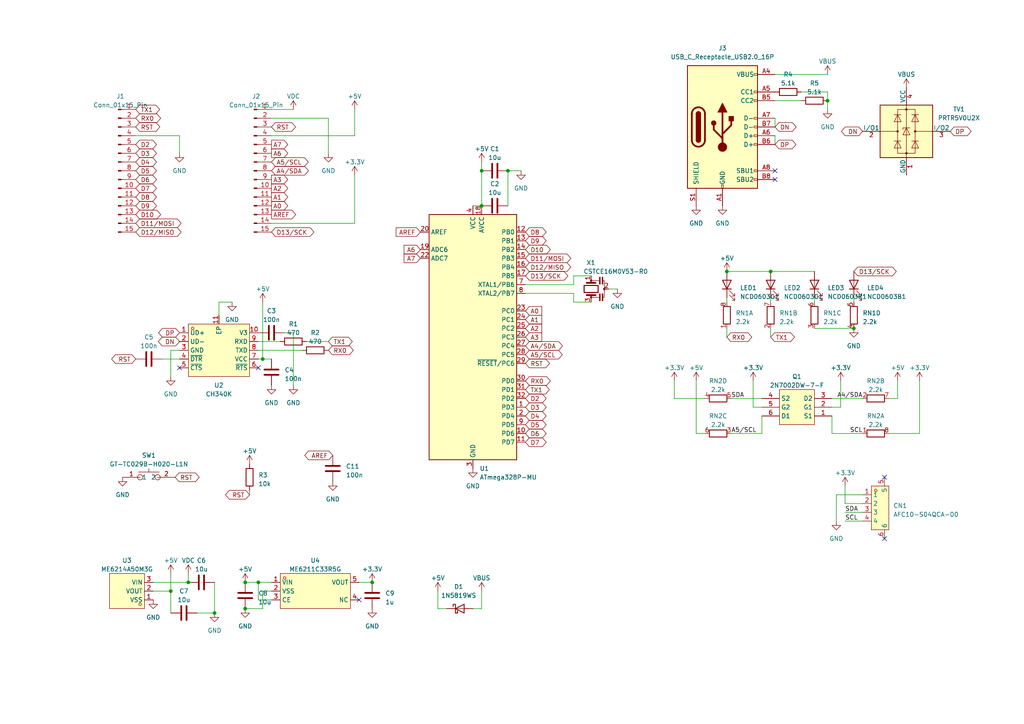
<source format=kicad_sch>
(kicad_sch (version 20231120) (generator "eeschema") (generator_version "8.0")
  (paper "A4")
  (lib_symbols
    (symbol "Connector:Conn_01x15_Pin" (pin_names (offset 1.016) hide)
      (property "Reference" "J" (at 0 20.32 0))
      (property "Value" "Conn_01x15_Pin" (at 0 -20.32 0))
      (symbol "Conn_01x15_Pin_1_1"
        (pin passive line (at 5.08 17.78 180) (length 3.81) (name "Pin_1") (number "1"))
        (pin passive line (at 5.08 -5.08 180) (length 3.81) (name "Pin_10") (number "10"))
        (pin passive line (at 5.08 -7.62 180) (length 3.81) (name "Pin_11") (number "11"))
        (pin passive line (at 5.08 -10.16 180) (length 3.81) (name "Pin_12") (number "12"))
        (pin passive line (at 5.08 -12.7 180) (length 3.81) (name "Pin_13") (number "13"))
        (pin passive line (at 5.08 -15.24 180) (length 3.81) (name "Pin_14") (number "14"))
        (pin passive line (at 5.08 -17.78 180) (length 3.81) (name "Pin_15") (number "15"))
        (pin passive line (at 5.08 15.24 180) (length 3.81) (name "Pin_2") (number "2"))
        (pin passive line (at 5.08 12.7 180) (length 3.81) (name "Pin_3") (number "3"))
        (pin passive line (at 5.08 10.16 180) (length 3.81) (name "Pin_4") (number "4"))
        (pin passive line (at 5.08 7.62 180) (length 3.81) (name "Pin_5") (number "5"))
        (pin passive line (at 5.08 5.08 180) (length 3.81) (name "Pin_6") (number "6"))
        (pin passive line (at 5.08 2.54 180) (length 3.81) (name "Pin_7") (number "7"))
        (pin passive line (at 5.08 0 180) (length 3.81) (name "Pin_8") (number "8"))
        (pin passive line (at 5.08 -2.54 180) (length 3.81) (name "Pin_9") (number "9"))
      )
    )
    (symbol "Connector:USB_C_Receptacle_USB2.0_16P" (pin_names (offset 1.016))
      (property "Reference" "J" (at 0 22.225 0))
      (property "Value" "USB_C_Receptacle_USB2.0_16P" (at 0 19.685 0))
      (symbol "USB_C_Receptacle_USB2.0_16P_1_1"
        (pin passive line (at 0 -22.86 90) (length 5.08) (name "GND") (number "A1"))
        (pin passive line (at 0 -22.86 90) (length 5.08) hide (name "GND") (number "A12"))
        (pin passive line (at 15.24 15.24 180) (length 5.08) (name "VBUS") (number "A4"))
        (pin bidirectional line (at 15.24 10.16 180) (length 5.08) (name "CC1") (number "A5"))
        (pin bidirectional line (at 15.24 -2.54 180) (length 5.08) (name "D+") (number "A6"))
        (pin bidirectional line (at 15.24 2.54 180) (length 5.08) (name "D-") (number "A7"))
        (pin bidirectional line (at 15.24 -12.7 180) (length 5.08) (name "SBU1") (number "A8"))
        (pin passive line (at 15.24 15.24 180) (length 5.08) hide (name "VBUS") (number "A9"))
        (pin passive line (at 0 -22.86 90) (length 5.08) hide (name "GND") (number "B1"))
        (pin passive line (at 0 -22.86 90) (length 5.08) hide (name "GND") (number "B12"))
        (pin passive line (at 15.24 15.24 180) (length 5.08) hide (name "VBUS") (number "B4"))
        (pin bidirectional line (at 15.24 7.62 180) (length 5.08) (name "CC2") (number "B5"))
        (pin bidirectional line (at 15.24 -5.08 180) (length 5.08) (name "D+") (number "B6"))
        (pin bidirectional line (at 15.24 0 180) (length 5.08) (name "D-") (number "B7"))
        (pin bidirectional line (at 15.24 -15.24 180) (length 5.08) (name "SBU2") (number "B8"))
        (pin passive line (at 15.24 15.24 180) (length 5.08) hide (name "VBUS") (number "B9"))
        (pin passive line (at -7.62 -22.86 90) (length 5.08) (name "SHIELD") (number "S1"))
      )
    )
    (symbol "Device:C" (pin_numbers hide) (pin_names (offset 0.254))
      (property "Reference" "C" (at 0.635 2.54 0))
      (property "Value" "C" (at 0.635 -2.54 0))
      (symbol "C_1_1"
        (pin passive line (at 0 3.81 270) (length 2.794) (name "~") (number "1"))
        (pin passive line (at 0 -3.81 90) (length 2.794) (name "~") (number "2"))
      )
    )
    (symbol "Device:LED" (pin_numbers hide) (pin_names (offset 1.016) hide)
      (property "Reference" "D" (at 0 2.54 0))
      (property "Value" "LED" (at 0 -2.54 0))
      (symbol "LED_1_1"
        (pin passive line (at -3.81 0 0) (length 2.54) (name "K") (number "1"))
        (pin passive line (at 3.81 0 180) (length 2.54) (name "A") (number "2"))
      )
    )
    (symbol "Device:R" (pin_numbers hide) (pin_names (offset 0))
      (property "Reference" "R" (at 2.032 0 90))
      (property "Value" "R" (at 0 0 90))
      (symbol "R_1_1"
        (pin passive line (at 0 3.81 270) (length 1.27) (name "~") (number "1"))
        (pin passive line (at 0 -3.81 90) (length 1.27) (name "~") (number "2"))
      )
    )
    (symbol "Device:R_Pack04_Split" (pin_names (offset 0) hide)
      (property "Reference" "RN" (at 2.032 0 90))
      (property "Value" "R_Pack04_Split" (at 0 0 90))
      (symbol "R_Pack04_Split_1_1"
        (pin passive line (at 0 -3.81 90) (length 1.27) (name "R1.1") (number "1"))
        (pin passive line (at 0 3.81 270) (length 1.27) (name "R1.2") (number "8"))
      )
      (symbol "R_Pack04_Split_2_1"
        (pin passive line (at 0 -3.81 90) (length 1.27) (name "R2.1") (number "2"))
        (pin passive line (at 0 3.81 270) (length 1.27) (name "R2.2") (number "7"))
      )
      (symbol "R_Pack04_Split_3_1"
        (pin passive line (at 0 -3.81 90) (length 1.27) (name "R3.1") (number "3"))
        (pin passive line (at 0 3.81 270) (length 1.27) (name "R3.2") (number "6"))
      )
      (symbol "R_Pack04_Split_4_1"
        (pin passive line (at 0 -3.81 90) (length 1.27) (name "R4.1") (number "4"))
        (pin passive line (at 0 3.81 270) (length 1.27) (name "R4.2") (number "5"))
      )
    )
    (symbol "Device:Resonator" (pin_names (offset 1.016) hide)
      (property "Reference" "Y" (at 0 5.715 0))
      (property "Value" "Resonator" (at 0 3.81 0))
      (symbol "Resonator_1_1"
        (pin passive line (at -3.81 0 0) (length 1.27) (name "1") (number "1"))
        (pin passive line (at 0 -5.08 90) (length 1.27) (name "2") (number "2"))
        (pin passive line (at 3.81 0 180) (length 1.27) (name "3") (number "3"))
      )
    )
    (symbol "Diode:1N5819WS" (pin_numbers hide) (pin_names (offset 1.016) hide)
      (property "Reference" "D" (at 0 2.54 0))
      (property "Value" "1N5819WS" (at 0 -2.54 0))
      (symbol "1N5819WS_1_1"
        (pin passive line (at -3.81 0 0) (length 2.54) (name "K") (number "1"))
        (pin passive line (at 3.81 0 180) (length 2.54) (name "A") (number "2"))
      )
    )
    (symbol "MCU_Microchip_ATmega:ATmega328P-M"
      (property "Reference" "U" (at -12.7 36.83 0))
      (property "Value" "ATmega328P-M" (at 2.54 -36.83 0))
      (symbol "ATmega328P-M_1_1"
        (pin bidirectional line (at 15.24 -20.32 180) (length 2.54) (name "PD3") (number "1"))
        (pin bidirectional line (at 15.24 -27.94 180) (length 2.54) (name "PD6") (number "10"))
        (pin bidirectional line (at 15.24 -30.48 180) (length 2.54) (name "PD7") (number "11"))
        (pin bidirectional line (at 15.24 30.48 180) (length 2.54) (name "PB0") (number "12"))
        (pin bidirectional line (at 15.24 27.94 180) (length 2.54) (name "PB1") (number "13"))
        (pin bidirectional line (at 15.24 25.4 180) (length 2.54) (name "PB2") (number "14"))
        (pin bidirectional line (at 15.24 22.86 180) (length 2.54) (name "PB3") (number "15"))
        (pin bidirectional line (at 15.24 20.32 180) (length 2.54) (name "PB4") (number "16"))
        (pin bidirectional line (at 15.24 17.78 180) (length 2.54) (name "PB5") (number "17"))
        (pin power_in line (at 2.54 38.1 270) (length 2.54) (name "AVCC") (number "18"))
        (pin input line (at -15.24 25.4 0) (length 2.54) (name "ADC6") (number "19"))
        (pin bidirectional line (at 15.24 -22.86 180) (length 2.54) (name "PD4") (number "2"))
        (pin passive line (at -15.24 30.48 0) (length 2.54) (name "AREF") (number "20"))
        (pin passive line (at 0 -38.1 90) (length 2.54) hide (name "GND") (number "21"))
        (pin input line (at -15.24 22.86 0) (length 2.54) (name "ADC7") (number "22"))
        (pin bidirectional line (at 15.24 7.62 180) (length 2.54) (name "PC0") (number "23"))
        (pin bidirectional line (at 15.24 5.08 180) (length 2.54) (name "PC1") (number "24"))
        (pin bidirectional line (at 15.24 2.54 180) (length 2.54) (name "PC2") (number "25"))
        (pin bidirectional line (at 15.24 0 180) (length 2.54) (name "PC3") (number "26"))
        (pin bidirectional line (at 15.24 -2.54 180) (length 2.54) (name "PC4") (number "27"))
        (pin bidirectional line (at 15.24 -5.08 180) (length 2.54) (name "PC5") (number "28"))
        (pin bidirectional line (at 15.24 -7.62 180) (length 2.54) (name "~{RESET}/PC6") (number "29"))
        (pin power_in line (at 0 -38.1 90) (length 2.54) (name "GND") (number "3"))
        (pin bidirectional line (at 15.24 -12.7 180) (length 2.54) (name "PD0") (number "30"))
        (pin bidirectional line (at 15.24 -15.24 180) (length 2.54) (name "PD1") (number "31"))
        (pin bidirectional line (at 15.24 -17.78 180) (length 2.54) (name "PD2") (number "32"))
        (pin passive line (at 0 -38.1 90) (length 2.54) hide (name "GND") (number "33"))
        (pin power_in line (at 0 38.1 270) (length 2.54) (name "VCC") (number "4"))
        (pin passive line (at 0 -38.1 90) (length 2.54) hide (name "GND") (number "5"))
        (pin passive line (at 0 38.1 270) (length 2.54) hide (name "VCC") (number "6"))
        (pin bidirectional line (at 15.24 15.24 180) (length 2.54) (name "XTAL1/PB6") (number "7"))
        (pin bidirectional line (at 15.24 12.7 180) (length 2.54) (name "XTAL2/PB7") (number "8"))
        (pin bidirectional line (at 15.24 -25.4 180) (length 2.54) (name "PD5") (number "9"))
      )
    )
    (symbol "Power_Protection:PRTR5V0U2X" (pin_names (offset 0))
      (property "Reference" "D" (at 2.794 8.636 0))
      (property "Value" "PRTR5V0U2X" (at 8.128 -9.398 0))
      (symbol "PRTR5V0U2X_1_1"
        (pin passive line (at 0 -12.7 90) (length 5.08) (name "GND") (number "1"))
        (pin passive line (at -12.7 0 0) (length 5.08) (name "I/O1") (number "2"))
        (pin passive line (at 12.7 0 180) (length 5.08) (name "I/O2") (number "3"))
        (pin passive line (at 0 12.7 270) (length 5.08) (name "VCC") (number "4"))
      )
    )
    (symbol "nano:2N7002DW-7-F"
      (property "Reference" "Q1" (at 0 8.89 0))
      (property "Value" "2N7002DW-7-F" (at 0 6.35 0))
      (symbol "2N7002DW-7-F_0_1"
        (pin unspecified line (at 10.16 -2.54 180) (length 5.08) (name "S1") (number "1"))
        (pin unspecified line (at 10.16 0 180) (length 5.08) (name "G1") (number "2"))
        (pin unspecified line (at 10.16 2.54 180) (length 5.08) (name "D2") (number "3"))
        (pin unspecified line (at -10.16 2.54 0) (length 5.08) (name "S2") (number "4"))
        (pin unspecified line (at -10.16 0 0) (length 5.08) (name "G2") (number "5"))
        (pin unspecified line (at -10.16 -2.54 0) (length 5.08) (name "D1") (number "6"))
      )
    )
    (symbol "nano:AFC10-S04QCA-00"
      (property "Reference" "X" (at 0 13.97 0))
      (property "Value" "AFC10-S04QCA-00" (at 0 -13.97 0))
      (symbol "AFC10-S04QCA-00_0_1"
        (pin unspecified line (at -5.08 3.81 0) (length 2.54) (name "1") (number "1"))
        (pin unspecified line (at -5.08 1.27 0) (length 2.54) (name "2") (number "2"))
        (pin unspecified line (at -5.08 -1.27 0) (length 2.54) (name "3") (number "3"))
        (pin unspecified line (at -5.08 -3.81 0) (length 2.54) (name "4") (number "4"))
        (pin unspecified line (at 1.27 8.89 270) (length 2.54) (name "5") (number "5"))
        (pin unspecified line (at 1.27 -8.89 90) (length 2.54) (name "6") (number "6"))
      )
    )
    (symbol "nano:CH340K"
      (property "Reference" "U" (at 0 15.24 0))
      (property "Value" "CH340K" (at 0 -10.16 0))
      (symbol "CH340K_0_1"
        (pin unspecified line (at -11.43 5.08 0) (length 2.54) (name "UD+") (number "1"))
        (pin unspecified line (at 11.43 5.08 180) (length 2.54) (name "V3") (number "10"))
        (pin unspecified line (at 0 10.16 270) (length 2.54) (name "EP") (number "11"))
        (pin unspecified line (at -11.43 2.54 0) (length 2.54) (name "UD-") (number "2"))
        (pin unspecified line (at -11.43 0 0) (length 2.54) (name "GND") (number "3"))
        (pin unspecified line (at -11.43 -2.54 0) (length 2.54) (name "~{DTR}") (number "4"))
        (pin unspecified line (at -11.43 -5.08 0) (length 2.54) (name "~{CTS}") (number "5"))
        (pin unspecified line (at 11.43 -5.08 180) (length 2.54) (name "~{RTS}") (number "6"))
        (pin unspecified line (at 11.43 -2.54 180) (length 2.54) (name "VCC") (number "7"))
        (pin unspecified line (at 11.43 0 180) (length 2.54) (name "TXD") (number "8"))
        (pin unspecified line (at 11.43 2.54 180) (length 2.54) (name "RXD") (number "9"))
      )
    )
    (symbol "nano:GT-TC029B-H020-L1N"
      (property "Reference" "SW" (at 0 5.08 0))
      (property "Value" "GT-TC029B-H020-L1N" (at 0 -5.08 0))
      (symbol "GT-TC029B-H020-L1N_0_1"
        (pin unspecified line (at -7.62 0 0) (length 5.08) (name "1") (number "1"))
        (pin unspecified line (at 7.62 0 180) (length 5.08) (name "2") (number "2"))
      )
    )
    (symbol "nano:ME6211C33R5G"
      (property "Reference" "U" (at 0 7.62 0))
      (property "Value" "ME6211C33R5G" (at 0 -7.62 0))
      (symbol "ME6211C33R5G_0_1"
        (pin unspecified line (at -2.54 2.54 0) (length 2.54) (name "VIN") (number "1"))
        (pin unspecified line (at -2.54 0 0) (length 2.54) (name "VSS") (number "2"))
        (pin unspecified line (at -2.54 -2.54 0) (length 2.54) (name "CE") (number "3"))
        (pin unspecified line (at 22.86 -2.54 180) (length 2.54) (name "NC") (number "4"))
        (pin unspecified line (at 22.86 2.54 180) (length 2.54) (name "VOUT") (number "5"))
      )
    )
    (symbol "nano:ME6214A50M3G"
      (property "Reference" "U" (at 0 7.62 0))
      (property "Value" "ME6214A50M3G" (at 0 -7.62 0))
      (symbol "ME6214A50M3G_0_1"
        (pin unspecified line (at -5.08 2.54 0) (length 2.54) (name "VSS") (number "1"))
        (pin unspecified line (at -5.08 0 0) (length 2.54) (name "VOUT") (number "2"))
        (pin unspecified line (at -5.08 -2.54 0) (length 2.54) (name "VIN") (number "3"))
      )
    )
    (symbol "power:+3.3V" (power) (pin_names (offset 0))
      (property "Value" "+3.3V" (at 0 3.556 0))
      (symbol "+3.3V_1_1"
        (pin power_in line (at 0 0 90) (length 0) hide (name "+3.3V") (number "1"))
      )
    )
    (symbol "power:+5V" (power) (pin_names (offset 0))
      (property "Value" "+5V" (at 0 3.556 0))
      (symbol "+5V_1_1"
        (pin power_in line (at 0 0 90) (length 0) hide (name "+5V") (number "1"))
      )
    )
    (symbol "power:GND" (power) (pin_names (offset 0))
      (property "Value" "GND" (at 0 -3.81 0))
      (symbol "GND_1_1"
        (pin power_in line (at 0 0 270) (length 0) hide (name "GND") (number "1"))
      )
    )
    (symbol "power:VBUS" (power) (pin_names (offset 0))
      (property "Value" "VBUS" (at 0 3.81 0))
      (symbol "VBUS_1_1"
        (pin power_in line (at 0 0 90) (length 0) hide (name "VBUS") (number "1"))
      )
    )
    (symbol "power:VDC" (power) (pin_names (offset 0))
      (property "Value" "VDC" (at 0 6.35 0))
      (symbol "VDC_1_1"
        (pin power_in line (at 0 0 90) (length 0) hide (name "VDC") (number "1"))
      )
    )
  )
  (junction (at 76.2 104.14))
  (junction (at 139.7 59.69))
  (junction (at 210.82 78.74))
  (junction (at 54.61 168.91))
  (junction (at 223.52 78.74))
  (junction (at 62.23 177.8))
  (junction (at 247.65 95.25))
  (junction (at 107.95 168.91))
  (junction (at 71.12 168.91))
  (junction (at 49.53 171.45))
  (junction (at 74.93 168.91))
  (junction (at 147.32 49.53))
  (junction (at 240.03 29.21))
  (junction (at 71.12 176.53))
  (junction (at 139.7 49.53))
  (no_connect (at 256.54 138.43))
  (no_connect (at 224.79 49.53))
  (no_connect (at 52.07 106.68))
  (no_connect (at 256.54 156.21))
  (no_connect (at 104.14 173.99))
  (no_connect (at 74.93 106.68))
  (no_connect (at 224.79 52.07))
  (wire (pts (xy 74.93 99.06) (xy 81.28 99.06)))
  (wire (pts (xy 236.22 95.25) (xy 247.65 95.25)))
  (wire (pts (xy 241.3 118.11) (xy 243.84 118.11)))
  (wire (pts (xy 74.93 173.99) (xy 74.93 168.91)))
  (wire (pts (xy 201.93 125.73) (xy 201.93 110.49)))
  (wire (pts (xy 72.39 143.51) (xy 72.39 142.24)))
  (wire (pts (xy 260.35 110.49) (xy 260.35 115.57)))
  (wire (pts (xy 224.79 39.37) (xy 224.79 41.91)))
  (wire (pts (xy 74.93 104.14) (xy 76.2 104.14)))
  (wire (pts (xy 46.99 104.14) (xy 52.07 104.14)))
  (wire (pts (xy 82.55 96.52) (xy 85.09 96.52)))
  (wire (pts (xy 210.82 78.74) (xy 223.52 78.74)))
  (wire (pts (xy 166.37 85.09) (xy 166.37 87.63)))
  (wire (pts (xy 147.32 49.53) (xy 147.32 59.69)))
  (wire (pts (xy 223.52 78.74) (xy 236.22 78.74)))
  (wire (pts (xy 139.7 59.69) (xy 137.16 59.69)))
  (wire (pts (xy 63.5 91.44) (xy 63.5 87.63)))
  (wire (pts (xy 102.87 64.77) (xy 102.87 50.8)))
  (wire (pts (xy 166.37 87.63) (xy 171.45 87.63)))
  (wire (pts (xy 241.3 125.73) (xy 241.3 120.65)))
  (wire (pts (xy 240.03 26.67) (xy 240.03 29.21)))
  (wire (pts (xy 245.11 146.05) (xy 250.19 146.05)))
  (wire (pts (xy 74.93 101.6) (xy 87.63 101.6)))
  (wire (pts (xy 242.57 151.13) (xy 242.57 143.51)))
  (wire (pts (xy 257.81 125.73) (xy 266.7 125.73)))
  (wire (pts (xy 241.3 125.73) (xy 250.19 125.73)))
  (wire (pts (xy 62.23 168.91) (xy 62.23 177.8)))
  (wire (pts (xy 139.7 176.53) (xy 139.7 171.45)))
  (wire (pts (xy 76.2 176.53) (xy 71.12 176.53)))
  (wire (pts (xy 220.98 118.11) (xy 218.44 118.11)))
  (wire (pts (xy 85.09 96.52) (xy 85.09 111.76)))
  (wire (pts (xy 63.5 87.63) (xy 67.31 87.63)))
  (wire (pts (xy 204.47 125.73) (xy 201.93 125.73)))
  (wire (pts (xy 139.7 46.99) (xy 139.7 49.53)))
  (wire (pts (xy 76.2 171.45) (xy 76.2 176.53)))
  (wire (pts (xy 104.14 168.91) (xy 107.95 168.91)))
  (wire (pts (xy 127 176.53) (xy 129.54 176.53)))
  (wire (pts (xy 236.22 87.63) (xy 236.22 86.36)))
  (wire (pts (xy 266.7 125.73) (xy 266.7 110.49)))
  (wire (pts (xy 218.44 110.49) (xy 218.44 118.11)))
  (wire (pts (xy 78.74 34.29) (xy 95.25 34.29)))
  (wire (pts (xy 166.37 82.55) (xy 166.37 80.01)))
  (wire (pts (xy 54.61 166.37) (xy 54.61 168.91)))
  (wire (pts (xy 260.35 115.57) (xy 257.81 115.57)))
  (wire (pts (xy 95.25 34.29) (xy 95.25 44.45)))
  (wire (pts (xy 247.65 87.63) (xy 247.65 86.36)))
  (wire (pts (xy 78.74 64.77) (xy 102.87 64.77)))
  (wire (pts (xy 245.11 140.97) (xy 245.11 146.05)))
  (wire (pts (xy 52.07 39.37) (xy 52.07 44.45)))
  (wire (pts (xy 88.9 99.06) (xy 95.25 99.06)))
  (wire (pts (xy 74.93 168.91) (xy 78.74 168.91)))
  (wire (pts (xy 49.53 101.6) (xy 52.07 101.6)))
  (wire (pts (xy 195.58 110.49) (xy 195.58 115.57)))
  (wire (pts (xy 44.45 168.91) (xy 54.61 168.91)))
  (wire (pts (xy 224.79 29.21) (xy 232.41 29.21)))
  (wire (pts (xy 179.07 83.82) (xy 176.53 83.82)))
  (wire (pts (xy 76.2 104.14) (xy 78.74 104.14)))
  (wire (pts (xy 223.52 97.79) (xy 223.52 95.25)))
  (wire (pts (xy 127 171.45) (xy 127 176.53)))
  (wire (pts (xy 232.41 26.67) (xy 240.03 26.67)))
  (wire (pts (xy 212.09 115.57) (xy 220.98 115.57)))
  (wire (pts (xy 49.53 109.22) (xy 49.53 101.6)))
  (wire (pts (xy 76.2 104.14) (xy 76.2 87.63)))
  (wire (pts (xy 62.23 177.8) (xy 57.15 177.8)))
  (wire (pts (xy 147.32 49.53) (xy 151.13 49.53)))
  (wire (pts (xy 195.58 115.57) (xy 204.47 115.57)))
  (wire (pts (xy 49.53 171.45) (xy 49.53 177.8)))
  (wire (pts (xy 78.74 31.75) (xy 85.09 31.75)))
  (wire (pts (xy 166.37 80.01) (xy 171.45 80.01)))
  (wire (pts (xy 224.79 34.29) (xy 224.79 36.83)))
  (wire (pts (xy 152.4 82.55) (xy 166.37 82.55)))
  (wire (pts (xy 49.53 171.45) (xy 44.45 171.45)))
  (wire (pts (xy 78.74 173.99) (xy 74.93 173.99)))
  (wire (pts (xy 241.3 115.57) (xy 250.19 115.57)))
  (wire (pts (xy 102.87 39.37) (xy 78.74 39.37)))
  (wire (pts (xy 139.7 49.53) (xy 139.7 59.69)))
  (wire (pts (xy 137.16 176.53) (xy 139.7 176.53)))
  (wire (pts (xy 245.11 151.13) (xy 250.19 151.13)))
  (wire (pts (xy 212.09 125.73) (xy 220.98 125.73)))
  (wire (pts (xy 243.84 118.11) (xy 243.84 110.49)))
  (wire (pts (xy 210.82 97.79) (xy 210.82 95.25)))
  (wire (pts (xy 39.37 39.37) (xy 52.07 39.37)))
  (wire (pts (xy 223.52 87.63) (xy 223.52 86.36)))
  (wire (pts (xy 102.87 31.75) (xy 102.87 39.37)))
  (wire (pts (xy 210.82 87.63) (xy 210.82 86.36)))
  (wire (pts (xy 220.98 125.73) (xy 220.98 120.65)))
  (wire (pts (xy 224.79 21.59) (xy 240.03 21.59)))
  (wire (pts (xy 242.57 143.51) (xy 250.19 143.51)))
  (wire (pts (xy 49.53 166.37) (xy 49.53 171.45)))
  (wire (pts (xy 71.12 168.91) (xy 74.93 168.91)))
  (wire (pts (xy 152.4 85.09) (xy 166.37 85.09)))
  (wire (pts (xy 240.03 29.21) (xy 240.03 31.75)))
  (wire (pts (xy 78.74 171.45) (xy 76.2 171.45)))
  (wire (pts (xy 245.11 148.59) (xy 250.19 148.59)))
  (label "SCL" (at 245.11 151.13 0))
  (label "SCL" (at 250.19 125.73 180))
  (label "SDA" (at 212.09 115.57 0))
  (label "SDA" (at 245.11 148.59 0))
  (label "A5{slash}SCL" (at 212.09 125.73 0))
  (label "A4{slash}SDA" (at 250.19 115.57 180))
  (global_label "DN" (shape bidirectional) (at 224.79 36.83 0) (property "Intersheetrefs" "${INTERSHEET_REFS}" (effects (hide yes))))
  (global_label "A3" (shape output) (at 78.74 52.07 0) (property "Intersheetrefs" "${INTERSHEET_REFS}" (effects (hide yes))))
  (global_label "A4{slash}SDA" (shape bidirectional) (at 78.74 49.53 0) (property "Intersheetrefs" "${INTERSHEET_REFS}" (effects (hide yes))))
  (global_label "RST" (shape bidirectional) (at 39.37 36.83 0) (property "Intersheetrefs" "${INTERSHEET_REFS}" (effects (hide yes))))
  (global_label "RST" (shape bidirectional) (at 50.8 138.43 0) (property "Intersheetrefs" "${INTERSHEET_REFS}" (effects (hide yes))))
  (global_label "D7" (shape bidirectional) (at 39.37 54.61 0) (property "Intersheetrefs" "${INTERSHEET_REFS}" (effects (hide yes))))
  (global_label "RX0" (shape bidirectional) (at 210.82 97.79 0) (property "Intersheetrefs" "${INTERSHEET_REFS}" (effects (hide yes))))
  (global_label "A1" (shape input) (at 152.4 92.71 0) (property "Intersheetrefs" "${INTERSHEET_REFS}" (effects (hide yes))))
  (global_label "RX0" (shape bidirectional) (at 39.37 34.29 0) (property "Intersheetrefs" "${INTERSHEET_REFS}" (effects (hide yes))))
  (global_label "AREF" (shape input) (at 121.92 67.31 180) (property "Intersheetrefs" "${INTERSHEET_REFS}" (effects (hide yes))))
  (global_label "D12{slash}MISO" (shape bidirectional) (at 39.37 67.31 0) (property "Intersheetrefs" "${INTERSHEET_REFS}" (effects (hide yes))))
  (global_label "D3" (shape bidirectional) (at 39.37 44.45 0) (property "Intersheetrefs" "${INTERSHEET_REFS}" (effects (hide yes))))
  (global_label "D5" (shape bidirectional) (at 152.4 123.19 0) (property "Intersheetrefs" "${INTERSHEET_REFS}" (effects (hide yes))))
  (global_label "A5{slash}SCL" (shape bidirectional) (at 152.4 102.87 0) (property "Intersheetrefs" "${INTERSHEET_REFS}" (effects (hide yes))))
  (global_label "RST" (shape bidirectional) (at 152.4 105.41 0) (property "Intersheetrefs" "${INTERSHEET_REFS}" (effects (hide yes))))
  (global_label "D13{slash}SCK" (shape bidirectional) (at 247.65 78.74 0) (property "Intersheetrefs" "${INTERSHEET_REFS}" (effects (hide yes))))
  (global_label "D4" (shape bidirectional) (at 39.37 46.99 0) (property "Intersheetrefs" "${INTERSHEET_REFS}" (effects (hide yes))))
  (global_label "D12{slash}MISO" (shape bidirectional) (at 152.4 77.47 0) (property "Intersheetrefs" "${INTERSHEET_REFS}" (effects (hide yes))))
  (global_label "D10" (shape bidirectional) (at 39.37 62.23 0) (property "Intersheetrefs" "${INTERSHEET_REFS}" (effects (hide yes))))
  (global_label "A7" (shape input) (at 121.92 74.93 180) (property "Intersheetrefs" "${INTERSHEET_REFS}" (effects (hide yes))))
  (global_label "D6" (shape bidirectional) (at 152.4 125.73 0) (property "Intersheetrefs" "${INTERSHEET_REFS}" (effects (hide yes))))
  (global_label "A2" (shape output) (at 78.74 54.61 0) (property "Intersheetrefs" "${INTERSHEET_REFS}" (effects (hide yes))))
  (global_label "D8" (shape bidirectional) (at 152.4 67.31 0) (property "Intersheetrefs" "${INTERSHEET_REFS}" (effects (hide yes))))
  (global_label "RST" (shape bidirectional) (at 39.37 104.14 180) (property "Intersheetrefs" "${INTERSHEET_REFS}" (effects (hide yes))))
  (global_label "DP" (shape bidirectional) (at 275.59 38.1 0) (property "Intersheetrefs" "${INTERSHEET_REFS}" (effects (hide yes))))
  (global_label "D9" (shape bidirectional) (at 39.37 59.69 0) (property "Intersheetrefs" "${INTERSHEET_REFS}" (effects (hide yes))))
  (global_label "D3" (shape bidirectional) (at 152.4 118.11 0) (property "Intersheetrefs" "${INTERSHEET_REFS}" (effects (hide yes))))
  (global_label "D6" (shape bidirectional) (at 39.37 52.07 0) (property "Intersheetrefs" "${INTERSHEET_REFS}" (effects (hide yes))))
  (global_label "A0" (shape output) (at 78.74 59.69 0) (property "Intersheetrefs" "${INTERSHEET_REFS}" (effects (hide yes))))
  (global_label "D13{slash}SCK" (shape bidirectional) (at 152.4 80.01 0) (property "Intersheetrefs" "${INTERSHEET_REFS}" (effects (hide yes))))
  (global_label "A7" (shape output) (at 78.74 41.91 0) (property "Intersheetrefs" "${INTERSHEET_REFS}" (effects (hide yes))))
  (global_label "RST" (shape bidirectional) (at 78.74 36.83 0) (property "Intersheetrefs" "${INTERSHEET_REFS}" (effects (hide yes))))
  (global_label "RX0" (shape bidirectional) (at 152.4 110.49 0) (property "Intersheetrefs" "${INTERSHEET_REFS}" (effects (hide yes))))
  (global_label "AREF" (shape output) (at 78.74 62.23 0) (property "Intersheetrefs" "${INTERSHEET_REFS}" (effects (hide yes))))
  (global_label "D11{slash}MOSI" (shape bidirectional) (at 39.37 64.77 0) (property "Intersheetrefs" "${INTERSHEET_REFS}" (effects (hide yes))))
  (global_label "D13{slash}SCK" (shape bidirectional) (at 78.74 67.31 0) (property "Intersheetrefs" "${INTERSHEET_REFS}" (effects (hide yes))))
  (global_label "DP" (shape bidirectional) (at 224.79 41.91 0) (property "Intersheetrefs" "${INTERSHEET_REFS}" (effects (hide yes))))
  (global_label "A4{slash}SDA" (shape bidirectional) (at 152.4 100.33 0) (property "Intersheetrefs" "${INTERSHEET_REFS}" (effects (hide yes))))
  (global_label "D5" (shape bidirectional) (at 39.37 49.53 0) (property "Intersheetrefs" "${INTERSHEET_REFS}" (effects (hide yes))))
  (global_label "D2" (shape bidirectional) (at 39.37 41.91 0) (property "Intersheetrefs" "${INTERSHEET_REFS}" (effects (hide yes))))
  (global_label "D11{slash}MOSI" (shape bidirectional) (at 152.4 74.93 0) (property "Intersheetrefs" "${INTERSHEET_REFS}" (effects (hide yes))))
  (global_label "D10" (shape bidirectional) (at 152.4 72.39 0) (property "Intersheetrefs" "${INTERSHEET_REFS}" (effects (hide yes))))
  (global_label "A5{slash}SCL" (shape bidirectional) (at 78.74 46.99 0) (property "Intersheetrefs" "${INTERSHEET_REFS}" (effects (hide yes))))
  (global_label "D2" (shape bidirectional) (at 152.4 115.57 0) (property "Intersheetrefs" "${INTERSHEET_REFS}" (effects (hide yes))))
  (global_label "RX0" (shape bidirectional) (at 95.25 101.6 0) (property "Intersheetrefs" "${INTERSHEET_REFS}" (effects (hide yes))))
  (global_label "TX1" (shape bidirectional) (at 152.4 113.03 0) (property "Intersheetrefs" "${INTERSHEET_REFS}" (effects (hide yes))))
  (global_label "RST" (shape bidirectional) (at 72.39 143.51 180) (property "Intersheetrefs" "${INTERSHEET_REFS}" (effects (hide yes))))
  (global_label "DN" (shape bidirectional) (at 52.07 99.06 180) (property "Intersheetrefs" "${INTERSHEET_REFS}" (effects (hide yes))))
  (global_label "TX1" (shape bidirectional) (at 223.52 97.79 0) (property "Intersheetrefs" "${INTERSHEET_REFS}" (effects (hide yes))))
  (global_label "DN" (shape bidirectional) (at 250.19 38.1 180) (property "Intersheetrefs" "${INTERSHEET_REFS}" (effects (hide yes))))
  (global_label "A6" (shape input) (at 121.92 72.39 180) (property "Intersheetrefs" "${INTERSHEET_REFS}" (effects (hide yes))))
  (global_label "D9" (shape bidirectional) (at 152.4 69.85 0) (property "Intersheetrefs" "${INTERSHEET_REFS}" (effects (hide yes))))
  (global_label "A0" (shape input) (at 152.4 90.17 0) (property "Intersheetrefs" "${INTERSHEET_REFS}" (effects (hide yes))))
  (global_label "D8" (shape bidirectional) (at 39.37 57.15 0) (property "Intersheetrefs" "${INTERSHEET_REFS}" (effects (hide yes))))
  (global_label "A2" (shape input) (at 152.4 95.25 0) (property "Intersheetrefs" "${INTERSHEET_REFS}" (effects (hide yes))))
  (global_label "TX1" (shape bidirectional) (at 95.25 99.06 0) (property "Intersheetrefs" "${INTERSHEET_REFS}" (effects (hide yes))))
  (global_label "A1" (shape output) (at 78.74 57.15 0) (property "Intersheetrefs" "${INTERSHEET_REFS}" (effects (hide yes))))
  (global_label "A3" (shape input) (at 152.4 97.79 0) (property "Intersheetrefs" "${INTERSHEET_REFS}" (effects (hide yes))))
  (global_label "AREF" (shape bidirectional) (at 96.52 132.08 180) (property "Intersheetrefs" "${INTERSHEET_REFS}" (effects (hide yes))))
  (global_label "D4" (shape bidirectional) (at 152.4 120.65 0) (property "Intersheetrefs" "${INTERSHEET_REFS}" (effects (hide yes))))
  (global_label "D7" (shape bidirectional) (at 152.4 128.27 0) (property "Intersheetrefs" "${INTERSHEET_REFS}" (effects (hide yes))))
  (global_label "A6" (shape output) (at 78.74 44.45 0) (property "Intersheetrefs" "${INTERSHEET_REFS}" (effects (hide yes))))
  (global_label "TX1" (shape bidirectional) (at 39.37 31.75 0) (property "Intersheetrefs" "${INTERSHEET_REFS}" (effects (hide yes))))
  (global_label "DP" (shape bidirectional) (at 52.07 96.52 180) (property "Intersheetrefs" "${INTERSHEET_REFS}" (effects (hide yes))))
  (symbol (lib_id "Device:LED") (at 210.82 82.55 90) (unit 1)
    (property "Reference" "LED1" (at 214.63 83.5025 90) (effects (justify right)))
    (property "Value" "NCD0603G1" (at 214.63 86.0425 90) (effects (justify right)))
    (property "Footprint" "LED_SMD:LED_0603_1608Metric" (effects (hide yes)))
  )
  (symbol (lib_id "Device:R_Pack04_Split") (at 247.65 91.44 0) (unit 4)
    (property "Reference" "RN1" (at 250.19 90.805 0) (effects (justify left)))
    (property "Value" "2.2k" (at 250.19 93.345 0) (effects (justify left)))
    (property "Footprint" "Resistor_SMD:R_Array_Concave_4x0402" (effects (hide yes)))
  )
  (symbol (lib_id "Device:LED") (at 236.22 82.55 90) (unit 1)
    (property "Reference" "LED3" (at 240.03 83.5025 90) (effects (justify right)))
    (property "Value" "NCD0603R1" (at 240.03 86.0425 90) (effects (justify right)))
    (property "Footprint" "LED_SMD:LED_0603_1608Metric" (effects (hide yes)))
  )
  (symbol (lib_id "Device:R_Pack04_Split") (at 223.52 91.44 0) (unit 2)
    (property "Reference" "RN1" (at 226.06 90.805 0) (effects (justify left)))
    (property "Value" "2.2k" (at 226.06 93.345 0) (effects (justify left)))
    (property "Footprint" "Resistor_SMD:R_Array_Concave_4x0402" (effects (hide yes)))
  )
  (symbol (lib_id "power:GND") (at 71.12 176.53 0) (unit 1)
    (property "Reference" "#PWR016" (effects (hide yes)))
    (property "Value" "GND" (at 71.12 181.61 0))
  )
  (symbol (lib_id "nano:AFC10-S04QCA-00") (at 255.27 147.32 0) (unit 1)
    (property "Reference" "CN1" (at 259.08 146.685 0) (effects (justify left)))
    (property "Value" "AFC10-S04QCA-00" (at 259.08 149.225 0) (effects (justify left)))
    (property "Footprint" "nano:CONN-SMD_AFC10-S04QCA-00" (effects (hide yes)))
    (property "LCSC Part" "C2764183" (effects (hide yes)))
  )
  (symbol (lib_id "Device:C") (at 143.51 49.53 90) (unit 1)
    (property "Reference" "C1" (at 143.51 43.18 90))
    (property "Value" "10u" (at 143.51 45.72 90))
    (property "Footprint" "Capacitor_SMD:C_0603_1608Metric" (effects (hide yes)))
  )
  (symbol (lib_id "Device:R_Pack04_Split") (at 208.28 125.73 90) (mirror x) (unit 3)
    (property "Reference" "RN2" (at 208.28 120.65 90))
    (property "Value" "2.2k" (at 208.28 123.19 90))
    (property "Footprint" "Resistor_SMD:R_Array_Concave_4x0402" (effects (hide yes)))
  )
  (symbol (lib_id "power:GND") (at 209.55 59.69 0) (unit 1)
    (property "Reference" "#PWR037" (effects (hide yes)))
    (property "Value" "GND" (at 209.55 64.77 0))
  )
  (symbol (lib_id "nano:GT-TC029B-H020-L1N") (at 43.18 138.43 0) (unit 1)
    (property "Reference" "SW1" (at 43.18 132.08 0))
    (property "Value" "GT-TC029B-H020-L1N" (at 43.18 134.62 0))
    (property "Footprint" "nano:SW-SMD_L3.9-W2.9-P4.15-LS5.0" (effects (hide yes)))
    (property "Datasheet" "https://lcsc.com/product-detail/Tactile-Switches_G-Switch-GT-TC029B-H020-L1N_C843665.html" (effects (hide yes)))
    (property "LCSC Part" "C843665" (effects (hide yes)))
  )
  (symbol (lib_id "Device:C") (at 43.18 104.14 90) (unit 1)
    (property "Reference" "C5" (at 43.18 97.79 90))
    (property "Value" "100n" (at 43.18 100.33 90))
    (property "Footprint" "Capacitor_SMD:C_0402_1005Metric" (effects (hide yes)))
  )
  (symbol (lib_id "power:+3.3V") (at 107.95 168.91 0) (unit 1)
    (property "Reference" "#PWR018" (effects (hide yes)))
    (property "Value" "+3.3V" (at 107.95 165.1 0))
  )
  (symbol (lib_id "nano:2N7002DW-7-F") (at 231.14 118.11 0) (unit 1)
    (property "Reference" "Q1" (at 231.14 109.22 0))
    (property "Value" "2N7002DW-7-F" (at 231.14 111.76 0))
    (property "Footprint" "nano:SOT-363_L2.0-W1.3-P0.65-LS2.1-TL" (effects (hide yes)))
    (property "Datasheet" "https://lcsc.com/product-detail/MOSFET_DIODES_2N7002DW-7-F_2N7002DW-7-F_C83571.html" (effects (hide yes)))
    (property "LCSC Part" "C83571" (effects (hide yes)))
  )
  (symbol (lib_id "nano:CH340K") (at 63.5 101.6 0) (unit 1)
    (property "Reference" "U2" (at 63.5 111.76 0))
    (property "Value" "CH340K" (at 63.5 114.3 0))
    (property "Footprint" "nano:ESOP-10_L4.9-W3.9-P1.00-LS6.2-BL-EP" (effects (hide yes)))
    (property "Datasheet" "https://lcsc.com/product-detail/USB-ICs_WCH-Jiangsu-Qin-Heng-CH340K_C968586.html" (effects (hide yes)))
    (property "LCSC Part" "C968586" (effects (hide yes)))
  )
  (symbol (lib_id "power:+3.3V") (at 102.87 50.8 0) (unit 1)
    (property "Reference" "#PWR031" (effects (hide yes)))
    (property "Value" "+3.3V" (at 102.87 46.99 0))
  )
  (symbol (lib_id "Device:R_Pack04_Split") (at 254 115.57 270) (unit 2)
    (property "Reference" "RN2" (at 254 110.49 90))
    (property "Value" "2.2k" (at 254 113.03 90))
    (property "Footprint" "Resistor_SMD:R_Array_Concave_4x0402" (effects (hide yes)))
  )
  (symbol (lib_id "power:VDC") (at 85.09 31.75 0) (unit 1)
    (property "Reference" "#PWR034" (effects (hide yes)))
    (property "Value" "VDC" (at 85.09 27.94 0))
  )
  (symbol (lib_id "Connector:Conn_01x15_Pin") (at 73.66 49.53 0) (unit 1)
    (property "Reference" "J2" (at 74.295 27.94 0))
    (property "Value" "Conn_01x15_Pin" (at 74.295 30.48 0))
    (property "Footprint" "Connector_PinHeader_2.54mm:PinHeader_1x15_P2.54mm_Vertical" (effects (hide yes)))
  )
  (symbol (lib_id "Device:C") (at 96.52 135.89 0) (unit 1)
    (property "Reference" "C11" (at 100.33 135.255 0) (effects (justify left)))
    (property "Value" "100n" (at 100.33 137.795 0) (effects (justify left)))
    (property "Footprint" "Capacitor_SMD:C_0402_1005Metric" (effects (hide yes)))
  )
  (symbol (lib_id "power:GND") (at 242.57 151.13 0) (unit 1)
    (property "Reference" "#PWR036" (effects (hide yes)))
    (property "Value" "GND" (at 242.57 156.21 0))
  )
  (symbol (lib_id "power:VDC") (at 54.61 166.37 0) (unit 1)
    (property "Reference" "#PWR013" (effects (hide yes)))
    (property "Value" "VDC" (at 54.61 162.56 0))
  )
  (symbol (lib_id "power:VBUS") (at 262.89 25.4 0) (unit 1)
    (property "Reference" "#PWR042" (effects (hide yes)))
    (property "Value" "VBUS" (at 262.89 21.59 0))
  )
  (symbol (lib_id "power:GND") (at 35.56 138.43 0) (unit 1)
    (property "Reference" "#PWR029" (effects (hide yes)))
    (property "Value" "GND" (at 35.56 143.51 0))
  )
  (symbol (lib_id "Connector:USB_C_Receptacle_USB2.0_16P") (at 209.55 36.83 0) (unit 1)
    (property "Reference" "J3" (at 209.55 13.97 0))
    (property "Value" "USB_C_Receptacle_USB2.0_16P" (at 209.55 16.51 0))
    (property "Footprint" "Connector_USB:USB_C_Receptacle_G-Switch_GT-USB-7010ASV" (effects (hide yes)))
    (property "Datasheet" "https://www.usb.org/sites/default/files/documents/usb_type-c.zip" (effects (hide yes)))
    (property "Description" "USB 2.0-only 16P Type-C Receptacle connector" (effects (hide yes)))
  )
  (symbol (lib_id "power:GND") (at 95.25 44.45 0) (unit 1)
    (property "Reference" "#PWR033" (effects (hide yes)))
    (property "Value" "GND" (at 95.25 49.53 0))
  )
  (symbol (lib_id "power:+5V") (at 260.35 110.49 0) (unit 1)
    (property "Reference" "#PWR026" (effects (hide yes)))
    (property "Value" "+5V" (at 260.35 106.68 0))
  )
  (symbol (lib_id "Device:R_Pack04_Split") (at 254 125.73 270) (unit 1)
    (property "Reference" "RN2" (at 254 120.65 90))
    (property "Value" "2.2k" (at 254 123.19 90))
    (property "Footprint" "Resistor_SMD:R_Array_Concave_4x0402" (effects (hide yes)))
  )
  (symbol (lib_id "Device:LED") (at 223.52 82.55 90) (unit 1)
    (property "Reference" "LED2" (at 227.33 83.5025 90) (effects (justify right)))
    (property "Value" "NCD0603G1" (at 227.33 86.0425 90) (effects (justify right)))
    (property "Footprint" "LED_SMD:LED_0603_1608Metric" (effects (hide yes)))
  )
  (symbol (lib_id "power:GND") (at 137.16 135.89 0) (unit 1)
    (property "Reference" "#PWR01" (effects (hide yes)))
    (property "Value" "GND" (at 137.16 140.97 0))
  )
  (symbol (lib_id "power:+5V") (at 139.7 46.99 0) (unit 1)
    (property "Reference" "#PWR02" (effects (hide yes)))
    (property "Value" "+5V" (at 139.7 43.18 0))
  )
  (symbol (lib_id "Device:R") (at 236.22 29.21 90) (unit 1)
    (property "Reference" "R5" (at 236.22 24.13 90))
    (property "Value" "5.1k" (at 236.22 26.67 90))
    (property "Footprint" "Resistor_SMD:R_0402_1005Metric" (effects (hide yes)))
  )
  (symbol (lib_id "Device:R") (at 85.09 99.06 90) (unit 1)
    (property "Reference" "R1" (at 85.09 93.98 90))
    (property "Value" "470" (at 85.09 96.52 90))
    (property "Footprint" "Resistor_SMD:R_0402_1005Metric" (effects (hide yes)))
  )
  (symbol (lib_id "Device:C") (at 78.74 107.95 180) (unit 1)
    (property "Reference" "C4" (at 82.55 107.315 0) (effects (justify right)))
    (property "Value" "100n" (at 82.55 109.855 0) (effects (justify right)))
    (property "Footprint" "Capacitor_SMD:C_0402_1005Metric" (effects (hide yes)))
  )
  (symbol (lib_id "Device:C") (at 143.51 59.69 90) (unit 1)
    (property "Reference" "C2" (at 143.51 53.34 90))
    (property "Value" "10u" (at 143.51 55.88 90))
    (property "Footprint" "Capacitor_SMD:C_0603_1608Metric" (effects (hide yes)))
  )
  (symbol (lib_id "power:GND") (at 201.93 59.69 0) (unit 1)
    (property "Reference" "#PWR038" (effects (hide yes)))
    (property "Value" "GND" (at 201.93 64.77 0))
  )
  (symbol (lib_id "power:GND") (at 44.45 173.99 0) (unit 1)
    (property "Reference" "#PWR011" (effects (hide yes)))
    (property "Value" "GND" (at 44.45 179.07 0))
  )
  (symbol (lib_id "Device:C") (at 78.74 96.52 90) (unit 1)
    (property "Reference" "C3" (at 78.74 90.17 90))
    (property "Value" "100n" (at 78.74 92.71 90))
    (property "Footprint" "Capacitor_SMD:C_0402_1005Metric" (effects (hide yes)))
  )
  (symbol (lib_id "Device:C") (at 58.42 168.91 90) (unit 1)
    (property "Reference" "C6" (at 58.42 162.56 90))
    (property "Value" "10u" (at 58.42 165.1 90))
    (property "Footprint" "Capacitor_SMD:C_0603_1608Metric" (effects (hide yes)))
  )
  (symbol (lib_id "power:GND") (at 240.03 31.75 0) (unit 1)
    (property "Reference" "#PWR039" (effects (hide yes)))
    (property "Value" "GND" (at 240.03 36.83 0))
  )
  (symbol (lib_id "Device:Resonator") (at 171.45 83.82 90) (mirror x) (unit 1)
    (property "Reference" "X1" (at 172.72 76.2 90) (effects (justify left)))
    (property "Value" "CSTCE16M0V53-R0" (at 187.96 78.74 90) (effects (justify left)))
    (property "Footprint" "nano:OSC-SMD_3P-L3.2-W1.3-P0.95-L" (effects (hide yes)))
    (property "Datasheet" "https://lcsc.com/product-detail/Ceramic-Resonators_muRata_CSTCE16M0V53-R0_CSTCE16M0V53-R0_C32180.html" (effects (hide yes)))
    (property "LCSC Part" "C32180" (effects (hide yes)))
  )
  (symbol (lib_id "power:GND") (at 67.31 87.63 0) (unit 1)
    (property "Reference" "#PWR05" (effects (hide yes)))
    (property "Value" "GND" (at 67.31 92.71 0))
  )
  (symbol (lib_id "Device:R") (at 91.44 101.6 90) (unit 1)
    (property "Reference" "R2" (at 91.44 96.52 90))
    (property "Value" "470" (at 91.44 99.06 90))
    (property "Footprint" "Resistor_SMD:R_0402_1005Metric" (effects (hide yes)))
  )
  (symbol (lib_id "power:+5V") (at 127 171.45 0) (unit 1)
    (property "Reference" "#PWR019" (effects (hide yes)))
    (property "Value" "+5V" (at 127 167.64 0))
  )
  (symbol (lib_id "power:VBUS") (at 139.7 171.45 0) (unit 1)
    (property "Reference" "#PWR020" (effects (hide yes)))
    (property "Value" "VBUS" (at 139.7 167.64 0))
  )
  (symbol (lib_id "power:+5V") (at 71.12 168.91 0) (unit 1)
    (property "Reference" "#PWR015" (effects (hide yes)))
    (property "Value" "+5V" (at 71.12 165.1 0))
  )
  (symbol (lib_id "Diode:1N5819WS") (at 133.35 176.53 0) (unit 1)
    (property "Reference" "D1" (at 133.0325 170.18 0))
    (property "Value" "1N5819WS" (at 133.0325 172.72 0))
    (property "Footprint" "Diode_SMD:D_SOD-323" (effects (hide yes)))
    (property "Datasheet" "https://datasheet.lcsc.com/lcsc/2204281430_Guangdong-Hottech-1N5819WS_C191023.pdf" (effects (hide yes)))
    (property "Description" "40V 600mV@1A 1A SOD-323 Schottky Barrier Diodes, SOD-323" (effects (hide yes)))
  )
  (symbol (lib_id "power:GND") (at 49.53 109.22 0) (unit 1)
    (property "Reference" "#PWR06" (effects (hide yes)))
    (property "Value" "GND" (at 49.53 114.3 0))
  )
  (symbol (lib_id "power:GND") (at 62.23 177.8 0) (unit 1)
    (property "Reference" "#PWR014" (effects (hide yes)))
    (property "Value" "GND" (at 62.23 182.88 0))
  )
  (symbol (lib_id "power:+5V") (at 76.2 87.63 0) (unit 1)
    (property "Reference" "#PWR07" (effects (hide yes)))
    (property "Value" "+5V" (at 76.2 83.82 0))
  )
  (symbol (lib_id "nano:ME6214A50M3G") (at 39.37 171.45 180) (unit 1)
    (property "Reference" "U3" (at 36.83 162.56 0))
    (property "Value" "ME6214A50M3G" (at 36.83 165.1 0))
    (property "Footprint" "nano:SOT-23-3_L2.9-W1.6-P1.90-LS2.8-BR" (effects (hide yes)))
    (property "Datasheet" "https://lcsc.com/product-detail/Low-Dropout-Regulators-LDO_Nanjing-Micro-One-Elec-ME6214A50M3G_C427597.html" (effects (hide yes)))
    (property "LCSC Part" "C427597" (effects (hide yes)))
  )
  (symbol (lib_id "power:+3.3V") (at 245.11 140.97 0) (unit 1)
    (property "Reference" "#PWR035" (effects (hide yes)))
    (property "Value" "+3.3V" (at 245.11 137.16 0))
  )
  (symbol (lib_id "power:GND") (at 78.74 111.76 0) (unit 1)
    (property "Reference" "#PWR08" (effects (hide yes)))
    (property "Value" "GND" (at 78.74 116.84 0))
  )
  (symbol (lib_id "Device:R") (at 228.6 26.67 90) (unit 1)
    (property "Reference" "R4" (at 228.6 21.59 90))
    (property "Value" "5.1k" (at 228.6 24.13 90))
    (property "Footprint" "Resistor_SMD:R_0402_1005Metric" (effects (hide yes)))
  )
  (symbol (lib_id "power:+5V") (at 72.39 134.62 0) (unit 1)
    (property "Reference" "#PWR010" (effects (hide yes)))
    (property "Value" "+5V" (at 72.39 130.81 0))
  )
  (symbol (lib_id "MCU_Microchip_ATmega:ATmega328P-M") (at 137.16 97.79 0) (unit 1)
    (property "Reference" "U1" (at 139.1159 135.89 0) (effects (justify left)))
    (property "Value" "ATmega328P-MU" (at 139.1159 138.43 0) (effects (justify left)))
    (property "Footprint" "Package_DFN_QFN:QFN-32-1EP_5x5mm_P0.5mm_EP3.1x3.1mm" (effects (hide yes)))
    (property "Datasheet" "http://ww1.microchip.com/downloads/en/DeviceDoc/ATmega328_P%20AVR%20MCU%20with%20picoPower%20Technology%20Data%20Sheet%2040001984A.pdf" (effects (hide yes)))
  )
  (symbol (lib_id "power:+3.3V") (at 218.44 110.49 0) (unit 1)
    (property "Reference" "#PWR024" (effects (hide yes)))
    (property "Value" "+3.3V" (at 218.44 106.68 0))
  )
  (symbol (lib_id "Device:R_Pack04_Split") (at 210.82 91.44 0) (unit 1)
    (property "Reference" "RN1" (at 213.36 90.805 0) (effects (justify left)))
    (property "Value" "2.2k" (at 213.36 93.345 0) (effects (justify left)))
    (property "Footprint" "Resistor_SMD:R_Array_Concave_4x0402" (effects (hide yes)))
  )
  (symbol (lib_id "power:+5V") (at 210.82 78.74 0) (unit 1)
    (property "Reference" "#PWR021" (effects (hide yes)))
    (property "Value" "+5V" (at 210.82 74.93 0))
  )
  (symbol (lib_id "power:GND") (at 96.52 139.7 0) (unit 1)
    (property "Reference" "#PWR041" (effects (hide yes)))
    (property "Value" "GND" (at 96.52 144.78 0))
  )
  (symbol (lib_id "power:GND") (at 52.07 44.45 0) (unit 1)
    (property "Reference" "#PWR030" (effects (hide yes)))
    (property "Value" "GND" (at 52.07 49.53 0))
  )
  (symbol (lib_id "power:GND") (at 151.13 49.53 0) (mirror y) (unit 1)
    (property "Reference" "#PWR03" (effects (hide yes)))
    (property "Value" "GND" (at 151.13 54.61 0))
  )
  (symbol (lib_id "power:+5V") (at 49.53 166.37 0) (unit 1)
    (property "Reference" "#PWR012" (effects (hide yes)))
    (property "Value" "+5V" (at 49.53 162.56 0))
  )
  (symbol (lib_id "Device:C") (at 107.95 172.72 180) (unit 1)
    (property "Reference" "C9" (at 111.76 172.085 0) (effects (justify right)))
    (property "Value" "1u" (at 111.76 174.625 0) (effects (justify right)))
    (property "Footprint" "Capacitor_SMD:C_0603_1608Metric" (effects (hide yes)))
  )
  (symbol (lib_id "nano:ME6211C33R5G") (at 81.28 171.45 0) (unit 1)
    (property "Reference" "U4" (at 91.44 162.56 0))
    (property "Value" "ME6211C33R5G" (at 91.44 165.1 0))
    (property "Footprint" "nano:SOT-353_L2.1-W1.3-P0.65-LS2.3-BL" (effects (hide yes)))
    (property "Datasheet" "https://lcsc.com/product-detail/Others_Nanjing-Micro-One-Elec-ME6211C33R5G_C235316.html" (effects (hide yes)))
    (property "LCSC Part" "C235316" (effects (hide yes)))
  )
  (symbol (lib_id "power:VBUS") (at 240.03 21.59 0) (unit 1)
    (property "Reference" "#PWR040" (effects (hide yes)))
    (property "Value" "VBUS" (at 240.03 17.78 0))
  )
  (symbol (lib_id "power:+3.3V") (at 195.58 110.49 0) (unit 1)
    (property "Reference" "#PWR028" (effects (hide yes)))
    (property "Value" "+3.3V" (at 195.58 106.68 0))
  )
  (symbol (lib_id "power:GND") (at 85.09 111.76 0) (unit 1)
    (property "Reference" "#PWR09" (effects (hide yes)))
    (property "Value" "GND" (at 85.09 116.84 0))
  )
  (symbol (lib_id "power:GND") (at 107.95 176.53 0) (unit 1)
    (property "Reference" "#PWR017" (effects (hide yes)))
    (property "Value" "GND" (at 107.95 181.61 0))
  )
  (symbol (lib_id "power:GND") (at 179.07 83.82 0) (unit 1)
    (property "Reference" "#PWR04" (effects (hide yes)))
    (property "Value" "GND" (at 179.07 88.9 0))
  )
  (symbol (lib_id "Device:C") (at 71.12 172.72 180) (unit 1)
    (property "Reference" "C8" (at 74.93 172.085 0) (effects (justify right)))
    (property "Value" "10u" (at 74.93 174.625 0) (effects (justify right)))
    (property "Footprint" "Capacitor_SMD:C_0603_1608Metric" (effects (hide yes)))
  )
  (symbol (lib_id "power:+3.3V") (at 266.7 110.49 0) (unit 1)
    (property "Reference" "#PWR027" (effects (hide yes)))
    (property "Value" "+3.3V" (at 266.7 106.68 0))
  )
  (symbol (lib_id "Device:C") (at 53.34 177.8 90) (unit 1)
    (property "Reference" "C7" (at 53.34 171.45 90))
    (property "Value" "10u" (at 53.34 173.99 90))
    (property "Footprint" "Capacitor_SMD:C_0603_1608Metric" (effects (hide yes)))
  )
  (symbol (lib_id "Power_Protection:PRTR5V0U2X") (at 262.89 38.1 0) (unit 1)
    (property "Reference" "TV1" (at 278.13 31.6798 0))
    (property "Value" "PRTR5V0U2X" (at 278.13 34.2198 0))
    (property "Footprint" "Package_TO_SOT_SMD:SOT-143" (effects (hide yes)))
    (property "Datasheet" "https://assets.nexperia.com/documents/data-sheet/PRTR5V0U2X.pdf" (effects (hide yes)))
    (property "Description" "Ultra low capacitance double rail-to-rail ESD protection diode, SOT-143" (effects (hide yes)))
  )
  (symbol (lib_id "power:+5V") (at 201.93 110.49 0) (unit 1)
    (property "Reference" "#PWR025" (effects (hide yes)))
    (property "Value" "+5V" (at 201.93 106.68 0))
  )
  (symbol (lib_id "power:+5V") (at 102.87 31.75 0) (unit 1)
    (property "Reference" "#PWR032" (effects (hide yes)))
    (property "Value" "+5V" (at 102.87 27.94 0))
  )
  (symbol (lib_id "Device:R") (at 72.39 138.43 0) (unit 1)
    (property "Reference" "R3" (at 74.93 137.795 0) (effects (justify left)))
    (property "Value" "10k" (at 74.93 140.335 0) (effects (justify left)))
    (property "Footprint" "Resistor_SMD:R_0402_1005Metric" (effects (hide yes)))
  )
  (symbol (lib_id "Device:R_Pack04_Split") (at 208.28 115.57 270) (unit 4)
    (property "Reference" "RN2" (at 208.28 110.49 90))
    (property "Value" "2.2k" (at 208.28 113.03 90))
    (property "Footprint" "Resistor_SMD:R_Array_Concave_4x0402" (effects (hide yes)))
  )
  (symbol (lib_id "Device:R_Pack04_Split") (at 236.22 91.44 0) (unit 3)
    (property "Reference" "RN1" (at 238.76 90.805 0) (effects (justify left)))
    (property "Value" "2.2k" (at 238.76 93.345 0) (effects (justify left)))
    (property "Footprint" "Resistor_SMD:R_Array_Concave_4x0402" (effects (hide yes)))
  )
  (symbol (lib_id "power:+3.3V") (at 243.84 110.49 0) (unit 1)
    (property "Reference" "#PWR023" (effects (hide yes)))
    (property "Value" "+3.3V" (at 243.84 106.68 0))
  )
  (symbol (lib_id "Device:LED") (at 247.65 82.55 90) (unit 1)
    (property "Reference" "LED4" (at 251.46 83.5025 90) (effects (justify right)))
    (property "Value" "NCD0603B1" (at 251.46 86.0425 90) (effects (justify right)))
    (property "Footprint" "LED_SMD:LED_0603_1608Metric" (effects (hide yes)))
  )
  (symbol (lib_id "power:GND") (at 247.65 95.25 0) (unit 1)
    (property "Reference" "#PWR022" (effects (hide yes)))
    (property "Value" "GND" (at 247.65 100.33 0))
  )
  (symbol (lib_id "Connector:Conn_01x15_Pin") (at 34.29 49.53 0) (unit 1)
    (property "Reference" "J1" (at 34.925 27.94 0))
    (property "Value" "Conn_01x15_Pin" (at 34.925 30.48 0))
    (property "Footprint" "Connector_PinHeader_2.54mm:PinHeader_1x15_P2.54mm_Vertical" (effects (hide yes)))
  )
)
</source>
